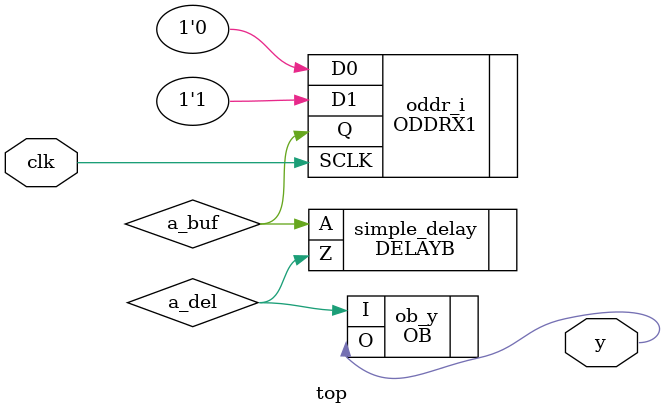
<source format=v>
module top(
	 input clk,
 	output y);
	
	wire a_buf, a_del;
	ODDRX1 oddr_i (.SCLK(clk), .D0(1'b0), .D1(1'b1), .Q(a_buf));

	DELAYB #(.DEL_MODE("USER_DEFINED"), .DEL_VALUE(63)) simple_delay(.A(a_buf), .Z(a_del));



	(* LOC="D10", IO_TYPE="LVCMOS33" *)
	OB ob_y(.I(a_del), .O(y));
endmodule

</source>
